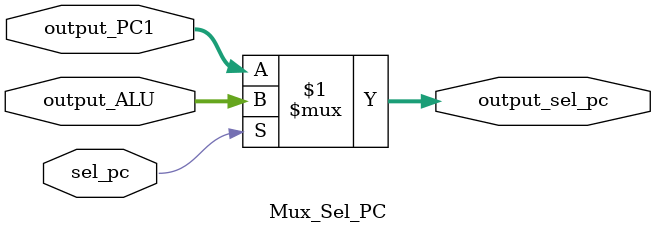
<source format=v>
`timescale 1ns / 1ps
module Mux_Sel_PC(
    input [47:0] output_ALU,
    input [47:0] output_PC1,
    input sel_pc,
    output [47:0] output_sel_pc
    );
	
	
	assign output_sel_pc = (sel_pc) ? output_ALU : output_PC1;
	
endmodule

</source>
